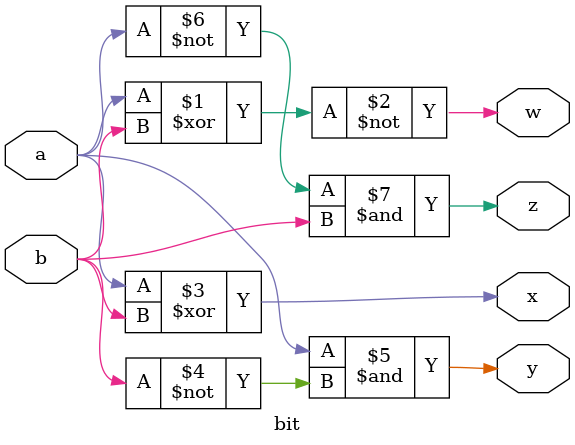
<source format=v>
`timescale 1ns / 1ps

module bit(
    input a, b,
    output w, x, y, z
    );

assign w = ~(a^b);
assign x = a^b;
assign y = a&~b;
assign z = ~a&b;
endmodule

</source>
